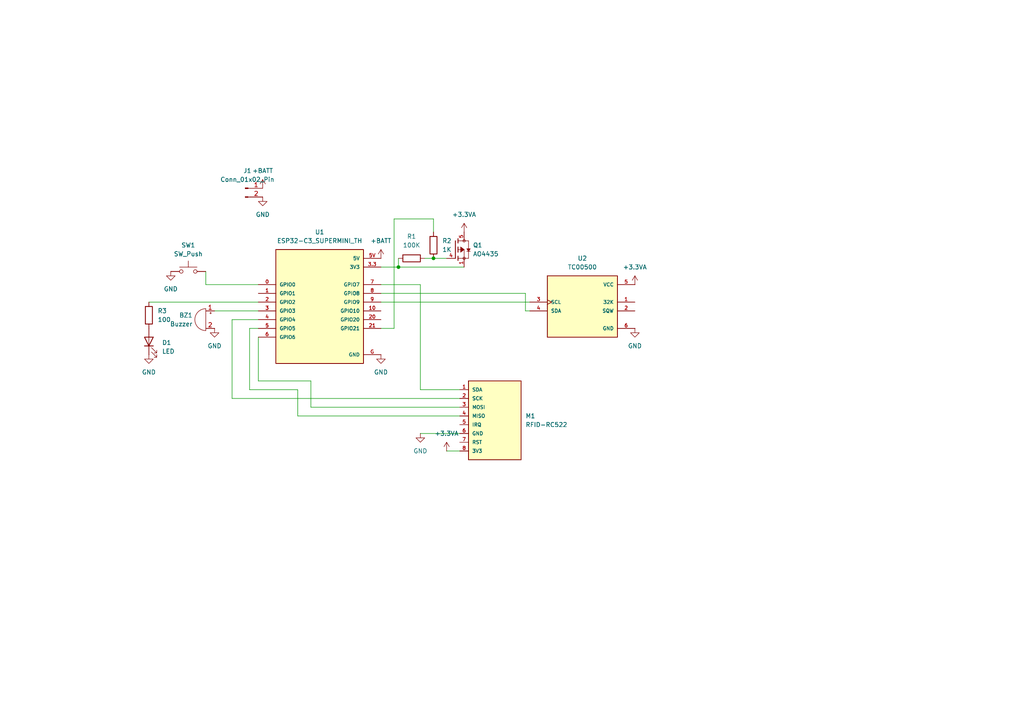
<source format=kicad_sch>
(kicad_sch (version 20250114) (generator "eeschema") (generator_version "9.0")
  (paper "A4")
  (lib_symbols
    (symbol "AO4435:AO4435" (pin_names (offset 1.016))
      (property "Reference" "Q" (at -11.43 8.89 0))
      (property "Value" "AO4435" (at -11.43 6.35 0))
      (symbol "AO4435_0_0"
        (polyline (pts (xy -2.54 2.54) (xy -2.54 -2.54)) (stroke (width 0.254)))
        (polyline (pts (xy -1.778 3.175) (xy -1.778 2.54)) (stroke (width 0.254)))
        (polyline (pts (xy -1.778 2.54) (xy -1.778 1.905)) (stroke (width 0.254)))
        (polyline (pts (xy -1.778 2.54) (xy 1.27 2.54)) (stroke (width 0.1524)))
        (polyline (pts (xy -1.778 0.762) (xy -1.778 0)) (stroke (width 0.254)))
        (polyline (pts (xy -1.778 0) (xy -1.778 -0.762)) (stroke (width 0.254)))
        (polyline (pts (xy -1.778 0) (xy 0 0)) (stroke (width 0.1524)))
        (polyline (pts (xy -1.778 -1.905) (xy -1.778 -2.54)) (stroke (width 0.254)))
        (polyline (pts (xy -1.778 -2.54) (xy -1.778 -3.175)) (stroke (width 0.254)))
        (circle (center 0 2.54) (radius 0.3592))
        (polyline (pts (xy 0 0) (xy 0 -2.54)) (stroke (width 0.1524)))
        (polyline (pts (xy 0 0) (xy -1.016 -0.762) (xy -1.016 0.762) (xy 0 0)) (stroke (width 0.1524)) (fill (type outline)))
        (polyline (pts (xy 0 -2.54) (xy -1.778 -2.54)) (stroke (width 0.1524)))
        (polyline (pts (xy 0 -2.54) (xy 1.27 -2.54)) (stroke (width 0.1524)))
        (circle (center 0 -2.54) (radius 0.3592))
        (polyline (pts (xy 0.762 -0.508) (xy 1.27 -0.508)) (stroke (width 0.1524)))
        (polyline (pts (xy 1.27 2.54) (xy 1.27 -0.508)) (stroke (width 0.1524)))
        (polyline (pts (xy 1.27 -0.508) (xy 1.27 -2.54)) (stroke (width 0.1524)))
        (polyline (pts (xy 1.27 -0.508) (xy 1.778 -0.508)) (stroke (width 0.1524)))
        (polyline (pts (xy 1.27 -0.508) (xy 1.778 0.254) (xy 0.762 0.254) (xy 1.27 -0.508)) (stroke (width 0.1524)) (fill (type outline)))
        (pin passive line (at -5.08 -2.54 0) (length 2.54) (name "~") (number "4"))
        (pin passive line (at 0 5.08 270) (length 2.54) (name "~") (number "5"))
        (pin passive line (at 0 5.08 270) (length 2.54) (hide yes) (name "~") (number "6"))
        (pin passive line (at 0 5.08 270) (length 2.54) (hide yes) (name "~") (number "7"))
        (pin passive line (at 0 5.08 270) (length 2.54) (hide yes) (name "~") (number "8"))
        (pin passive line (at 0 -5.08 90) (length 2.54) (name "~") (number "1"))
        (pin passive line (at 0 -5.08 90) (length 2.54) (hide yes) (name "~") (number "2"))
        (pin passive line (at 0 -5.08 90) (length 2.54) (hide yes) (name "~") (number "3"))
      )
    )
    (symbol "Connector:Conn_01x02_Pin" (pin_names (offset 1.016) (hide yes))
      (property "Reference" "J" (at 0 2.54 0))
      (property "Value" "Conn_01x02_Pin" (at 0 -5.08 0))
      (symbol "Conn_01x02_Pin_1_1"
        (rectangle (start 0.8636 0.127) (end 0 -0.127) (stroke (width 0.1524)) (fill (type outline)))
        (rectangle (start 0.8636 -2.413) (end 0 -2.667) (stroke (width 0.1524)) (fill (type outline)))
        (polyline (pts (xy 1.27 0) (xy 0.8636 0)) (stroke (width 0.1524)))
        (polyline (pts (xy 1.27 -2.54) (xy 0.8636 -2.54)) (stroke (width 0.1524)))
        (pin passive line (at 5.08 0 180) (length 3.81) (name "Pin_1") (number "1"))
        (pin passive line (at 5.08 -2.54 180) (length 3.81) (name "Pin_2") (number "2"))
      )
    )
    (symbol "Device:Buzzer" (pin_names (offset 0.0254) (hide yes))
      (property "Reference" "BZ" (at 3.81 1.27 0))
      (property "Value" "Buzzer" (at 3.81 -1.27 0))
      (symbol "Buzzer_0_1"
        (polyline (pts (xy -1.651 1.905) (xy -1.143 1.905)))
        (polyline (pts (xy -1.397 2.159) (xy -1.397 1.651)))
        (arc (start 0 3.175) (mid 3.1612 0) (end 0 -3.175))
        (polyline (pts (xy 0 3.175) (xy 0 -3.175)))
      )
      (symbol "Buzzer_1_1"
        (pin passive line (at -2.54 2.54 0) (length 2.54) (name "+") (number "1"))
        (pin passive line (at -2.54 -2.54 0) (length 2.54) (name "-") (number "2"))
      )
    )
    (symbol "Device:LED" (pin_numbers (hide yes)) (pin_names (offset 1.016) (hide yes))
      (property "Reference" "D" (at 0 2.54 0))
      (property "Value" "LED" (at 0 -2.54 0))
      (symbol "LED_0_1"
        (polyline (pts (xy -3.048 -0.762) (xy -4.572 -2.286) (xy -3.81 -2.286) (xy -4.572 -2.286) (xy -4.572 -1.524)))
        (polyline (pts (xy -1.778 -0.762) (xy -3.302 -2.286) (xy -2.54 -2.286) (xy -3.302 -2.286) (xy -3.302 -1.524)))
        (polyline (pts (xy -1.27 0) (xy 1.27 0)))
        (polyline (pts (xy -1.27 -1.27) (xy -1.27 1.27)) (stroke (width 0.254)))
        (polyline (pts (xy 1.27 -1.27) (xy 1.27 1.27) (xy -1.27 0) (xy 1.27 -1.27)) (stroke (width 0.254)))
      )
      (symbol "LED_1_1"
        (pin passive line (at -3.81 0 0) (length 2.54) (name "K") (number "1"))
        (pin passive line (at 3.81 0 180) (length 2.54) (name "A") (number "2"))
      )
    )
    (symbol "Device:R" (pin_numbers (hide yes)) (pin_names (offset 0))
      (property "Reference" "R" (at 2.032 0 90))
      (property "Value" "R" (at 0 0 90))
      (symbol "R_0_1"
        (rectangle (start -1.016 -2.54) (end 1.016 2.54) (stroke (width 0.254)))
      )
      (symbol "R_1_1"
        (pin passive line (at 0 3.81 270) (length 1.27) (name "~") (number "1"))
        (pin passive line (at 0 -3.81 90) (length 1.27) (name "~") (number "2"))
      )
    )
    (symbol "ESP32-C3_SUPERMINI_TH:ESP32-C3_SUPERMINI_TH" (pin_names (offset 1.016))
      (property "Reference" "U" (at -12.7 16.002 0))
      (property "Value" "ESP32-C3_SUPERMINI_TH" (at -12.7 -20.32 0))
      (symbol "ESP32-C3_SUPERMINI_TH_0_0"
        (rectangle (start -12.7 -17.78) (end 12.7 15.24) (stroke (width 0.254)) (fill (type background)))
        (pin bidirectional line (at -17.78 5.08 0) (length 5.08) (name "GPIO0") (number "0"))
        (pin bidirectional line (at -17.78 2.54 0) (length 5.08) (name "GPIO1") (number "1"))
        (pin bidirectional line (at -17.78 0 0) (length 5.08) (name "GPIO2") (number "2"))
        (pin bidirectional line (at -17.78 -2.54 0) (length 5.08) (name "GPIO3") (number "3"))
        (pin bidirectional line (at -17.78 -5.08 0) (length 5.08) (name "GPIO4") (number "4"))
        (pin bidirectional line (at -17.78 -7.62 0) (length 5.08) (name "GPIO5") (number "5"))
        (pin bidirectional line (at -17.78 -10.16 0) (length 5.08) (name "GPIO6") (number "6"))
        (pin power_in line (at 17.78 12.7 180) (length 5.08) (name "5V") (number "5V"))
        (pin power_in line (at 17.78 10.16 180) (length 5.08) (name "3V3") (number "3.3"))
        (pin bidirectional line (at 17.78 5.08 180) (length 5.08) (name "GPIO7") (number "7"))
        (pin bidirectional line (at 17.78 2.54 180) (length 5.08) (name "GPIO8") (number "8"))
        (pin bidirectional line (at 17.78 0 180) (length 5.08) (name "GPIO9") (number "9"))
        (pin bidirectional line (at 17.78 -2.54 180) (length 5.08) (name "GPIO10") (number "10"))
        (pin bidirectional line (at 17.78 -5.08 180) (length 5.08) (name "GPIO20") (number "20"))
        (pin bidirectional line (at 17.78 -7.62 180) (length 5.08) (name "GPIO21") (number "21"))
        (pin power_in line (at 17.78 -15.24 180) (length 5.08) (name "GND") (number "G"))
      )
    )
    (symbol "RFID-RC522:RFID-RC522" (pin_names (offset 1.016))
      (property "Reference" "M" (at -7.62 10.922 0))
      (symbol "RFID-RC522_0_0"
        (rectangle (start -7.62 -12.7) (end 7.62 10.16) (stroke (width 0.254)) (fill (type background)))
        (pin bidirectional line (at -10.16 7.62 0) (length 2.54) (name "SDA") (number "1"))
        (pin bidirectional line (at -10.16 5.08 0) (length 2.54) (name "SCK") (number "2"))
        (pin bidirectional line (at -10.16 2.54 0) (length 2.54) (name "MOSI") (number "3"))
        (pin bidirectional line (at -10.16 0 0) (length 2.54) (name "MISO") (number "4"))
        (pin bidirectional line (at -10.16 -2.54 0) (length 2.54) (name "IRQ") (number "5"))
        (pin bidirectional line (at -10.16 -5.08 0) (length 2.54) (name "GND") (number "6"))
        (pin bidirectional line (at -10.16 -7.62 0) (length 2.54) (name "RST") (number "7"))
        (pin bidirectional line (at -10.16 -10.16 0) (length 2.54) (name "3V3") (number "8"))
      )
    )
    (symbol "Switch:SW_Push" (pin_numbers (hide yes)) (pin_names (offset 1.016) (hide yes))
      (property "Reference" "SW" (at 1.27 2.54 0))
      (property "Value" "SW_Push" (at 0 -1.524 0))
      (symbol "SW_Push_0_1"
        (circle (center -2.032 0) (radius 0.508))
        (polyline (pts (xy 0 1.27) (xy 0 3.048)))
        (circle (center 2.032 0) (radius 0.508))
        (polyline (pts (xy 2.54 1.27) (xy -2.54 1.27)))
        (pin passive line (at -5.08 0 0) (length 2.54) (name "1") (number "1"))
        (pin passive line (at 5.08 0 180) (length 2.54) (name "2") (number "2"))
      )
    )
    (symbol "TC00500:TC00500" (pin_names (offset 1.016))
      (property "Reference" "U" (at -10.16 8.89 0))
      (property "Value" "TC00500" (at -10.16 -11.43 0))
      (symbol "TC00500_0_0"
        (rectangle (start -10.16 -10.16) (end 10.16 7.62) (stroke (width 0.254)) (fill (type background)))
        (pin input clock (at -15.24 0 0) (length 5.08) (name "SCL") (number "3"))
        (pin bidirectional line (at -15.24 -2.54 0) (length 5.08) (name "SDA") (number "4"))
        (pin power_in line (at 15.24 5.08 180) (length 5.08) (name "VCC") (number "5"))
        (pin output line (at 15.24 0 180) (length 5.08) (name "32K") (number "1"))
        (pin output line (at 15.24 -2.54 180) (length 5.08) (name "SQW") (number "2"))
        (pin power_in line (at 15.24 -7.62 180) (length 5.08) (name "GND") (number "6"))
      )
    )
    (symbol "power:+3.3VA" (power) (pin_numbers (hide yes)) (pin_names (offset 0) (hide yes))
      (property "Value" "+3.3VA" (at 0 3.556 0))
      (symbol "+3.3VA_0_1"
        (polyline (pts (xy -0.762 1.27) (xy 0 2.54)))
        (polyline (pts (xy 0 2.54) (xy 0.762 1.27)))
        (polyline (pts (xy 0 0) (xy 0 2.54)))
      )
      (symbol "+3.3VA_1_1"
        (pin power_in line (at 0 0 90) (length 0) (name "~") (number "1"))
      )
    )
    (symbol "power:+BATT" (power) (pin_numbers (hide yes)) (pin_names (offset 0) (hide yes))
      (property "Value" "+BATT" (at 0 3.556 0))
      (symbol "+BATT_0_1"
        (polyline (pts (xy -0.762 1.27) (xy 0 2.54)))
        (polyline (pts (xy 0 2.54) (xy 0.762 1.27)))
        (polyline (pts (xy 0 0) (xy 0 2.54)))
      )
      (symbol "+BATT_1_1"
        (pin power_in line (at 0 0 90) (length 0) (name "~") (number "1"))
      )
    )
    (symbol "power:GND" (power) (pin_numbers (hide yes)) (pin_names (offset 0) (hide yes))
      (property "Value" "GND" (at 0 -3.81 0))
      (symbol "GND_0_1"
        (polyline (pts (xy 0 0) (xy 0 -1.27) (xy 1.27 -1.27) (xy 0 -2.54) (xy -1.27 -1.27) (xy 0 -1.27)))
      )
      (symbol "GND_1_1"
        (pin power_in line (at 0 0 270) (length 0) (name "~") (number "1"))
      )
    )
  )
  (junction (at 125.73 74.93))
  (junction (at 115.57 77.47))
  (wire (pts (xy 72.39 113.03) (xy 72.39 95.25)))
  (wire (pts (xy 153.67 90.17) (xy 152.4 90.17)))
  (wire (pts (xy 86.36 113.03) (xy 72.39 113.03)))
  (wire (pts (xy 129.54 74.93) (xy 125.73 74.93)))
  (wire (pts (xy 86.36 120.65) (xy 86.36 113.03)))
  (wire (pts (xy 114.3 95.25) (xy 114.3 63.5)))
  (wire (pts (xy 72.39 95.25) (xy 74.93 95.25)))
  (wire (pts (xy 110.49 77.47) (xy 115.57 77.47)))
  (wire (pts (xy 67.31 92.71) (xy 74.93 92.71)))
  (wire (pts (xy 133.35 115.57) (xy 67.31 115.57)))
  (wire (pts (xy 67.31 115.57) (xy 67.31 92.71)))
  (wire (pts (xy 133.35 118.11) (xy 90.17 118.11)))
  (wire (pts (xy 121.92 125.73) (xy 133.35 125.73)))
  (wire (pts (xy 121.92 113.03) (xy 133.35 113.03)))
  (wire (pts (xy 152.4 90.17) (xy 152.4 85.09)))
  (wire (pts (xy 110.49 85.09) (xy 152.4 85.09)))
  (wire (pts (xy 129.54 130.81) (xy 133.35 130.81)))
  (wire (pts (xy 74.93 110.49) (xy 74.93 97.79)))
  (wire (pts (xy 43.18 87.63) (xy 74.93 87.63)))
  (wire (pts (xy 125.73 74.93) (xy 123.19 74.93)))
  (wire (pts (xy 90.17 110.49) (xy 74.93 110.49)))
  (wire (pts (xy 125.73 63.5) (xy 125.73 67.31)))
  (wire (pts (xy 59.69 82.55) (xy 74.93 82.55)))
  (wire (pts (xy 62.23 90.17) (xy 74.93 90.17)))
  (wire (pts (xy 110.49 87.63) (xy 153.67 87.63)))
  (wire (pts (xy 121.92 82.55) (xy 110.49 82.55)))
  (wire (pts (xy 133.35 120.65) (xy 86.36 120.65)))
  (wire (pts (xy 115.57 74.93) (xy 115.57 77.47)))
  (wire (pts (xy 59.69 78.74) (xy 59.69 82.55)))
  (wire (pts (xy 110.49 95.25) (xy 114.3 95.25)))
  (wire (pts (xy 115.57 77.47) (xy 134.62 77.47)))
  (wire (pts (xy 121.92 113.03) (xy 121.92 82.55)))
  (wire (pts (xy 90.17 118.11) (xy 90.17 110.49)))
  (wire (pts (xy 114.3 63.5) (xy 125.73 63.5)))
  (symbol (lib_id "power:GND") (at 43.18 102.87 0) (unit 1)
    (property "Reference" "#PWR08" (effects (hide yes)))
    (property "Value" "GND" (at 43.18 107.95 0))
    (property "Description" "Power symbol creates a global label with name \"GND\" , ground" (effects (hide yes)))
  )
  (symbol (lib_id "Device:R") (at 43.18 91.44 0) (unit 1)
    (property "Reference" "R3" (at 45.72 90.1699 0) (effects (justify left)))
    (property "Value" "100" (at 45.72 92.7099 0) (effects (justify left)))
    (property "Footprint" "Resistor_THT:R_Axial_DIN0207_L6.3mm_D2.5mm_P10.16mm_Horizontal" (effects (hide yes)))
    (property "Description" "Resistor" (effects (hide yes)))
  )
  (symbol (lib_id "power:GND") (at 184.15 95.25 0) (unit 1)
    (property "Reference" "#PWR02" (effects (hide yes)))
    (property "Value" "GND" (at 184.15 100.33 0))
    (property "Description" "Power symbol creates a global label with name \"GND\" , ground" (effects (hide yes)))
  )
  (symbol (lib_id "power:GND") (at 76.2 57.15 0) (unit 1)
    (property "Reference" "#PWR011" (effects (hide yes)))
    (property "Value" "GND" (at 76.2 62.23 0))
    (property "Description" "Power symbol creates a global label with name \"GND\" , ground" (effects (hide yes)))
  )
  (symbol (lib_id "power:GND") (at 62.23 95.25 0) (mirror y) (unit 1)
    (property "Reference" "#PWR09" (effects (hide yes)))
    (property "Value" "GND" (at 62.23 100.33 0))
    (property "Description" "Power symbol creates a global label with name \"GND\" , ground" (effects (hide yes)))
  )
  (symbol (lib_id "power:GND") (at 121.92 125.73 0) (unit 1)
    (property "Reference" "#PWR03" (effects (hide yes)))
    (property "Value" "GND" (at 121.92 130.81 0))
    (property "Description" "Power symbol creates a global label with name \"GND\" , ground" (effects (hide yes)))
  )
  (symbol (lib_id "TC00500:TC00500") (at 168.91 87.63 0) (unit 1)
    (property "Reference" "U2" (at 168.91 74.93 0))
    (property "Value" "TC00500" (at 168.91 77.47 0))
    (property "Footprint" "TC00500:MODULE_TC00500" (effects (hide yes)))
    (property "MF" "YKS" (effects (hide yes)))
    (property "MAXIMUM_PACKAGE_HEIGHT" "37.5 mm" (effects (hide yes)))
    (property "Package" "None" (effects (hide yes)))
    (property "Price" "None" (effects (hide yes)))
    (property "Check_prices" "https://www.snapeda.com/parts/TC00500/YKS/view-part/?ref=eda" (effects (hide yes)))
    (property "STANDARD" "Manufacturer Recommendations" (effects (hide yes)))
    (property "PARTREV" "N/A" (effects (hide yes)))
    (property "SnapEDA_Link" "https://www.snapeda.com/parts/TC00500/YKS/view-part/?ref=snap" (effects (hide yes)))
    (property "MP" "TC00500" (effects (hide yes)))
    (property "Description_1" "DS3231 AT24C32 IIC module precision Real time clock quare memory for Arduino" (effects (hide yes)))
    (property "Availability" "Not in stock" (effects (hide yes)))
    (property "MANUFACTURER" "YKS" (effects (hide yes)))
  )
  (symbol (lib_id "ESP32-C3_SUPERMINI_TH:ESP32-C3_SUPERMINI_TH") (at 92.71 87.63 0) (unit 1)
    (property "Reference" "U1" (at 92.71 67.31 0))
    (property "Value" "ESP32-C3_SUPERMINI_TH" (at 92.71 69.85 0))
    (property "Footprint" "MODULE_ESP32-C3_SUPERMINI_TH" (effects (hide yes)))
    (property "MF" "Espressif Systems" (effects (hide yes)))
    (property "Description_1" "Super tiny ESP32-C3 board" (effects (hide yes)))
    (property "CREATOR" "DIZAR" (effects (hide yes)))
    (property "Price" "None" (effects (hide yes)))
    (property "Package" "Package" (effects (hide yes)))
    (property "Check_prices" "https://www.snapeda.com/parts/ESP32-C3%20SuperMini_TH/Espressif+Systems/view-part/?ref=eda" (effects (hide yes)))
    (property "STANDARD" "IPC-7351B" (effects (hide yes)))
    (property "SnapEDA_Link" "https://www.snapeda.com/parts/ESP32-C3%20SuperMini_TH/Espressif+Systems/view-part/?ref=snap" (effects (hide yes)))
    (property "MP" "ESP32-C3 SuperMini_TH" (effects (hide yes)))
    (property "Availability" "Not in stock" (effects (hide yes)))
    (property "MANUFACTURER" "Espressif Systems" (effects (hide yes)))
  )
  (symbol (lib_id "Device:R") (at 125.73 71.12 0) (unit 1)
    (property "Reference" "R2" (at 128.27 69.8499 0) (effects (justify left)))
    (property "Value" "1K" (at 128.27 72.3899 0) (effects (justify left)))
    (property "Footprint" "Resistor_THT:R_Axial_DIN0207_L6.3mm_D2.5mm_P10.16mm_Horizontal" (effects (hide yes)))
    (property "Description" "Resistor" (effects (hide yes)))
  )
  (symbol (lib_id "Device:Buzzer") (at 59.69 92.71 0) (mirror y) (unit 1)
    (property "Reference" "BZ1" (at 55.88 91.4399 0) (effects (justify left)))
    (property "Value" "Buzzer" (at 55.88 93.9799 0) (effects (justify left)))
    (property "Footprint" "Buzzer_Beeper:Buzzer_12x9.5RM7.6" (effects (hide yes)))
    (property "Description" "Buzzer, polarized" (effects (hide yes)))
  )
  (symbol (lib_id "Switch:SW_Push") (at 54.61 78.74 0) (unit 1)
    (property "Reference" "SW1" (at 54.61 71.12 0))
    (property "Value" "SW_Push" (at 54.61 73.66 0))
    (property "Footprint" "Resistor_THT:R_Axial_DIN0414_L11.9mm_D4.5mm_P15.24mm_Horizontal" (effects (hide yes)))
    (property "Description" "Push button switch, generic, two pins" (effects (hide yes)))
  )
  (symbol (lib_id "power:GND") (at 110.49 102.87 0) (unit 1)
    (property "Reference" "#PWR01" (effects (hide yes)))
    (property "Value" "GND" (at 110.49 107.95 0))
    (property "Description" "Power symbol creates a global label with name \"GND\" , ground" (effects (hide yes)))
  )
  (symbol (lib_id "power:+3.3VA") (at 184.15 82.55 0) (unit 1)
    (property "Reference" "#PWR06" (effects (hide yes)))
    (property "Value" "+3.3VA" (at 184.15 77.47 0))
    (property "Description" "Power symbol creates a global label with name \"+3.3VA\"" (effects (hide yes)))
  )
  (symbol (lib_id "Connector:Conn_01x02_Pin") (at 71.12 54.61 0) (unit 1)
    (property "Reference" "J1" (at 71.755 49.53 0))
    (property "Value" "Conn_01x02_Pin" (at 71.755 52.07 0))
    (property "Footprint" "Connector_JST:JST_XH_B2B-XH-A_1x02_P2.50mm_Vertical" (effects (hide yes)))
    (property "Description" "Generic connector, single row, 01x02, script generated" (effects (hide yes)))
  )
  (symbol (lib_id "power:+3.3VA") (at 134.62 67.31 0) (unit 1)
    (property "Reference" "#PWR05" (effects (hide yes)))
    (property "Value" "+3.3VA" (at 134.62 62.23 0))
    (property "Description" "Power symbol creates a global label with name \"+3.3VA\"" (effects (hide yes)))
  )
  (symbol (lib_id "AO4435:AO4435") (at 134.62 72.39 0) (unit 1)
    (property "Reference" "Q1" (at 137.16 71.1199 0) (effects (justify left)))
    (property "Value" "AO4435" (at 137.16 73.6599 0) (effects (justify left)))
    (property "Footprint" "AO4435:SOIC127P600X175-8N" (effects (hide yes)))
    (property "MF" "Alpha &" (effects (hide yes)))
    (property "Description_1" "P-Channel 30 V 10.5A (Ta) 3.1W (Ta) Surface Mount 8-SOIC" (effects (hide yes)))
    (property "Package" "SOIC-8 Alpha &amp; Omega Semiconductor" (effects (hide yes)))
    (property "Price" "None" (effects (hide yes)))
    (property "Check_prices" "https://www.snapeda.com/parts/AO4435/Alpha/view-part/?ref=eda" (effects (hide yes)))
    (property "STANDARD" "IPC 7351B" (effects (hide yes)))
    (property "SnapEDA_Link" "https://www.snapeda.com/parts/AO4435/Alpha/view-part/?ref=snap" (effects (hide yes)))
    (property "MP" "AO4435" (effects (hide yes)))
    (property "Availability" "In Stock" (effects (hide yes)))
    (property "MANUFACTURER" "ALPHA & OMEGA SEMICONDUCTOR" (effects (hide yes)))
  )
  (symbol (lib_id "power:+BATT") (at 76.2 54.61 0) (unit 1)
    (property "Reference" "#PWR012" (effects (hide yes)))
    (property "Value" "+BATT" (at 76.2 49.53 0))
    (property "Description" "Power symbol creates a global label with name \"+BATT\"" (effects (hide yes)))
  )
  (symbol (lib_id "RFID-RC522:RFID-RC522") (at 143.51 120.65 0) (unit 1)
    (property "Reference" "M1" (at 152.4 120.6499 0) (effects (justify left)))
    (property "Value" "RFID-RC522" (at 152.4 123.1899 0) (effects (justify left)))
    (property "Footprint" "RFID-RC522" (effects (hide yes)))
    (property "MF" "Handson Technology" (effects (hide yes)))
    (property "Description_1" "Development kit in an integrated reader/writer IC MFRC522 for contactless communication at 13.56 MHz." (effects (hide yes)))
    (property "MPN" "RFID-RC522" (effects (hide yes)))
    (property "Price" "None" (effects (hide yes)))
    (property "Package" "Package" (effects (hide yes)))
    (property "Check_prices" "https://www.snapeda.com/parts/RFID-RC522/Handson+Technology/view-part/?ref=eda" (effects (hide yes)))
    (property "SnapEDA_Link" "https://www.snapeda.com/parts/RFID-RC522/Handson+Technology/view-part/?ref=snap" (effects (hide yes)))
    (property "MP" "RFID-RC522" (effects (hide yes)))
    (property "Availability" "Not in stock" (effects (hide yes)))
    (property "DESC" "MFRC522 RFID Module" (effects (hide yes)))
  )
  (symbol (lib_id "Device:LED") (at 43.18 99.06 90) (unit 1)
    (property "Reference" "D1" (at 46.99 99.3774 90) (effects (justify right)))
    (property "Value" "LED" (at 46.99 101.9174 90) (effects (justify right)))
    (property "Footprint" "LED_THT:LED_D3.0mm" (effects (hide yes)))
    (property "Description" "Light emitting diode" (effects (hide yes)))
    (property "Sim.Pins" "1=K 2=A" (effects (hide yes)))
  )
  (symbol (lib_id "power:+BATT") (at 110.49 74.93 0) (unit 1)
    (property "Reference" "#PWR04" (effects (hide yes)))
    (property "Value" "+BATT" (at 110.49 69.85 0))
    (property "Description" "Power symbol creates a global label with name \"+BATT\"" (effects (hide yes)))
  )
  (symbol (lib_id "power:+3.3VA") (at 129.54 130.81 0) (unit 1)
    (property "Reference" "#PWR07" (effects (hide yes)))
    (property "Value" "+3.3VA" (at 129.54 125.73 0))
    (property "Description" "Power symbol creates a global label with name \"+3.3VA\"" (effects (hide yes)))
  )
  (symbol (lib_id "power:GND") (at 49.53 78.74 0) (unit 1)
    (property "Reference" "#PWR010" (effects (hide yes)))
    (property "Value" "GND" (at 49.53 83.82 0))
    (property "Description" "Power symbol creates a global label with name \"GND\" , ground" (effects (hide yes)))
  )
  (symbol (lib_id "Device:R") (at 119.38 74.93 270) (unit 1)
    (property "Reference" "R1" (at 119.38 68.58 90))
    (property "Value" "100K" (at 119.38 71.12 90))
    (property "Footprint" "Resistor_THT:R_Axial_DIN0207_L6.3mm_D2.5mm_P10.16mm_Horizontal" (effects (hide yes)))
    (property "Description" "Resistor" (effects (hide yes)))
  )
)
</source>
